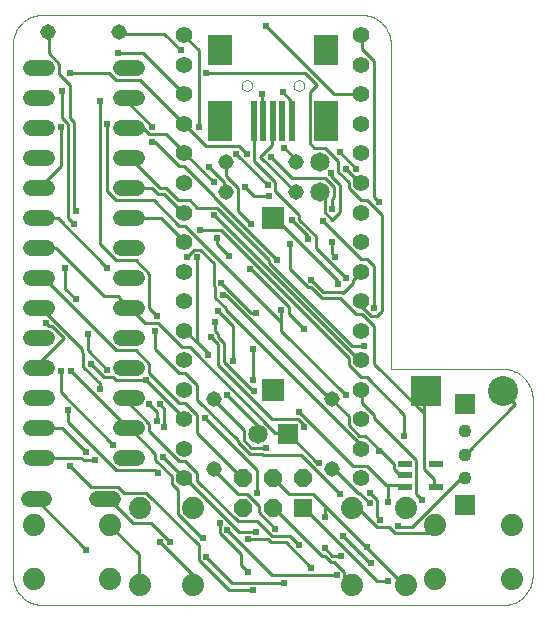
<source format=gbl>
G75*
G70*
%OFA0B0*%
%FSLAX24Y24*%
%IPPOS*%
%LPD*%
%AMOC8*
5,1,8,0,0,1.08239X$1,22.5*
%
%ADD10C,0.0000*%
%ADD11C,0.0560*%
%ADD12R,0.0760X0.0760*%
%ADD13R,0.0650X0.0650*%
%ADD14C,0.0650*%
%ADD15R,0.1000X0.1000*%
%ADD16C,0.1000*%
%ADD17R,0.0472X0.0217*%
%ADD18C,0.0520*%
%ADD19C,0.0740*%
%ADD20C,0.0515*%
%ADD21R,0.0709X0.0709*%
%ADD22C,0.0436*%
%ADD23OC8,0.0600*%
%ADD24R,0.0600X0.0600*%
%ADD25R,0.0787X0.0984*%
%ADD26R,0.0787X0.1378*%
%ADD27R,0.0197X0.1378*%
%ADD28C,0.0100*%
%ADD29C,0.0240*%
D10*
X001123Y001047D02*
X016445Y001047D01*
X016505Y001049D01*
X016566Y001054D01*
X016625Y001063D01*
X016684Y001076D01*
X016743Y001092D01*
X016800Y001112D01*
X016855Y001135D01*
X016910Y001162D01*
X016962Y001191D01*
X017013Y001224D01*
X017062Y001260D01*
X017108Y001298D01*
X017152Y001340D01*
X017194Y001384D01*
X017232Y001430D01*
X017268Y001479D01*
X017301Y001530D01*
X017330Y001582D01*
X017357Y001637D01*
X017380Y001692D01*
X017400Y001749D01*
X017416Y001808D01*
X017429Y001867D01*
X017438Y001926D01*
X017443Y001987D01*
X017445Y002047D01*
X017445Y007921D01*
X017443Y007981D01*
X017438Y008042D01*
X017429Y008101D01*
X017416Y008160D01*
X017400Y008219D01*
X017380Y008276D01*
X017357Y008331D01*
X017330Y008386D01*
X017301Y008438D01*
X017268Y008489D01*
X017232Y008538D01*
X017194Y008584D01*
X017152Y008628D01*
X017108Y008670D01*
X017062Y008708D01*
X017013Y008744D01*
X016962Y008777D01*
X016910Y008806D01*
X016855Y008833D01*
X016800Y008856D01*
X016743Y008876D01*
X016684Y008892D01*
X016625Y008905D01*
X016566Y008914D01*
X016505Y008919D01*
X016445Y008921D01*
X012721Y008921D01*
X012721Y019732D01*
X012719Y019792D01*
X012714Y019853D01*
X012705Y019912D01*
X012692Y019971D01*
X012676Y020030D01*
X012656Y020087D01*
X012633Y020142D01*
X012606Y020197D01*
X012577Y020249D01*
X012544Y020300D01*
X012508Y020349D01*
X012470Y020395D01*
X012428Y020439D01*
X012384Y020481D01*
X012338Y020519D01*
X012289Y020555D01*
X012238Y020588D01*
X012186Y020617D01*
X012131Y020644D01*
X012076Y020667D01*
X012019Y020687D01*
X011960Y020703D01*
X011901Y020716D01*
X011842Y020725D01*
X011781Y020730D01*
X011721Y020732D01*
X001123Y020732D01*
X001063Y020730D01*
X001002Y020725D01*
X000943Y020716D01*
X000884Y020703D01*
X000825Y020687D01*
X000768Y020667D01*
X000713Y020644D01*
X000658Y020617D01*
X000606Y020588D01*
X000555Y020555D01*
X000506Y020519D01*
X000460Y020481D01*
X000416Y020439D01*
X000374Y020395D01*
X000336Y020349D01*
X000300Y020300D01*
X000267Y020249D01*
X000238Y020197D01*
X000211Y020142D01*
X000188Y020087D01*
X000168Y020030D01*
X000152Y019971D01*
X000139Y019912D01*
X000130Y019853D01*
X000125Y019792D01*
X000123Y019732D01*
X000123Y002047D01*
X000125Y001987D01*
X000130Y001926D01*
X000139Y001867D01*
X000152Y001808D01*
X000168Y001749D01*
X000188Y001692D01*
X000211Y001637D01*
X000238Y001582D01*
X000267Y001530D01*
X000300Y001479D01*
X000336Y001430D01*
X000374Y001384D01*
X000416Y001340D01*
X000460Y001298D01*
X000506Y001260D01*
X000555Y001224D01*
X000606Y001191D01*
X000658Y001162D01*
X000713Y001135D01*
X000768Y001112D01*
X000825Y001092D01*
X000884Y001076D01*
X000943Y001063D01*
X001002Y001054D01*
X001063Y001049D01*
X001123Y001047D01*
X007741Y018370D02*
X007743Y018396D01*
X007749Y018422D01*
X007759Y018447D01*
X007772Y018470D01*
X007788Y018490D01*
X007808Y018508D01*
X007830Y018523D01*
X007853Y018535D01*
X007879Y018543D01*
X007905Y018547D01*
X007931Y018547D01*
X007957Y018543D01*
X007983Y018535D01*
X008007Y018523D01*
X008028Y018508D01*
X008048Y018490D01*
X008064Y018470D01*
X008077Y018447D01*
X008087Y018422D01*
X008093Y018396D01*
X008095Y018370D01*
X008093Y018344D01*
X008087Y018318D01*
X008077Y018293D01*
X008064Y018270D01*
X008048Y018250D01*
X008028Y018232D01*
X008006Y018217D01*
X007983Y018205D01*
X007957Y018197D01*
X007931Y018193D01*
X007905Y018193D01*
X007879Y018197D01*
X007853Y018205D01*
X007829Y018217D01*
X007808Y018232D01*
X007788Y018250D01*
X007772Y018270D01*
X007759Y018293D01*
X007749Y018318D01*
X007743Y018344D01*
X007741Y018370D01*
X009473Y018370D02*
X009475Y018396D01*
X009481Y018422D01*
X009491Y018447D01*
X009504Y018470D01*
X009520Y018490D01*
X009540Y018508D01*
X009562Y018523D01*
X009585Y018535D01*
X009611Y018543D01*
X009637Y018547D01*
X009663Y018547D01*
X009689Y018543D01*
X009715Y018535D01*
X009739Y018523D01*
X009760Y018508D01*
X009780Y018490D01*
X009796Y018470D01*
X009809Y018447D01*
X009819Y018422D01*
X009825Y018396D01*
X009827Y018370D01*
X009825Y018344D01*
X009819Y018318D01*
X009809Y018293D01*
X009796Y018270D01*
X009780Y018250D01*
X009760Y018232D01*
X009738Y018217D01*
X009715Y018205D01*
X009689Y018197D01*
X009663Y018193D01*
X009637Y018193D01*
X009611Y018197D01*
X009585Y018205D01*
X009561Y018217D01*
X009540Y018232D01*
X009520Y018250D01*
X009504Y018270D01*
X009491Y018293D01*
X009481Y018318D01*
X009475Y018344D01*
X009473Y018370D01*
D11*
X011737Y018074D03*
X011737Y017090D03*
X011737Y016106D03*
X011737Y015121D03*
X011737Y014137D03*
X011737Y013153D03*
X011737Y012169D03*
X011737Y011184D03*
X011737Y010200D03*
X011737Y009216D03*
X011737Y008232D03*
X011737Y007247D03*
X011737Y006263D03*
X011737Y005279D03*
X005831Y005279D03*
X005831Y006263D03*
X005831Y007247D03*
X005831Y008232D03*
X005831Y009216D03*
X005831Y010200D03*
X005831Y011184D03*
X005831Y012169D03*
X005831Y013153D03*
X005831Y014137D03*
X005831Y015121D03*
X005831Y016106D03*
X005831Y017090D03*
X005831Y018074D03*
X005831Y019058D03*
X005831Y020043D03*
X011737Y020043D03*
X011737Y019058D03*
D12*
X008784Y013961D03*
X008784Y008211D03*
D13*
X009284Y006755D03*
D14*
X008284Y006755D03*
X010359Y014826D03*
X010359Y015826D03*
D15*
X013902Y008177D03*
D16*
X016461Y008177D03*
D17*
X014217Y005751D03*
X014217Y005003D03*
X013193Y005003D03*
X013193Y005377D03*
X013193Y005751D03*
D18*
X004245Y005964D02*
X003725Y005964D01*
X003725Y006964D02*
X004245Y006964D01*
X004245Y007964D02*
X003725Y007964D01*
X003725Y008964D02*
X004245Y008964D01*
X004245Y009964D02*
X003725Y009964D01*
X003725Y010964D02*
X004245Y010964D01*
X004245Y011964D02*
X003725Y011964D01*
X003725Y012964D02*
X004245Y012964D01*
X004245Y013964D02*
X003725Y013964D01*
X003725Y014964D02*
X004245Y014964D01*
X004245Y015964D02*
X003725Y015964D01*
X003725Y016964D02*
X004245Y016964D01*
X004245Y017964D02*
X003725Y017964D01*
X003725Y018964D02*
X004245Y018964D01*
X001245Y018964D02*
X000725Y018964D01*
X000725Y017964D02*
X001245Y017964D01*
X001245Y016964D02*
X000725Y016964D01*
X000725Y015964D02*
X001245Y015964D01*
X001245Y014964D02*
X000725Y014964D01*
X000725Y013964D02*
X001245Y013964D01*
X001245Y012964D02*
X000725Y012964D01*
X000725Y011964D02*
X001245Y011964D01*
X001245Y010964D02*
X000725Y010964D01*
X000725Y009964D02*
X001245Y009964D01*
X001245Y008964D02*
X000725Y008964D01*
X000725Y007964D02*
X001245Y007964D01*
X001245Y006964D02*
X000725Y006964D01*
X000725Y005964D02*
X001245Y005964D01*
X001170Y004590D02*
X000650Y004590D01*
X002937Y004590D02*
X003457Y004590D01*
D19*
X003371Y003708D03*
X004351Y004295D03*
X006131Y004295D03*
X006131Y001735D03*
X004351Y001735D03*
X003371Y001928D03*
X000811Y001928D03*
X000811Y003708D03*
X011437Y004295D03*
X013217Y004295D03*
X014197Y003708D03*
X014197Y001928D03*
X013217Y001735D03*
X011437Y001735D03*
X016757Y001928D03*
X016757Y003708D03*
D20*
X010753Y005574D03*
X010753Y007936D03*
X006816Y007936D03*
X006816Y005574D03*
X007209Y014826D03*
X007209Y015810D03*
X009571Y015810D03*
X009571Y014826D03*
X003666Y020141D03*
X001304Y020141D03*
D21*
X015182Y007740D03*
X015182Y004393D03*
D22*
X015182Y005279D03*
X015182Y006066D03*
X015182Y006854D03*
D23*
X009784Y005287D03*
X008784Y005287D03*
X007784Y005287D03*
X007784Y004287D03*
X008784Y004287D03*
D24*
X009784Y004287D03*
D25*
X010556Y019551D03*
X007012Y019551D03*
D26*
X007012Y017188D03*
X010556Y017188D03*
D27*
X009414Y017188D03*
X009099Y017188D03*
X008784Y017188D03*
X008469Y017188D03*
X008150Y017184D03*
D28*
X008173Y017147D01*
X008173Y015847D01*
X008873Y015147D01*
X008873Y014847D01*
X009673Y014047D01*
X009673Y013897D01*
X010223Y013347D01*
X010223Y012947D01*
X011223Y011947D01*
X011473Y011897D02*
X011473Y011797D01*
X011123Y011447D01*
X011073Y011497D01*
X010473Y011497D01*
X010073Y011897D01*
X010073Y011647D02*
X010423Y011297D01*
X011023Y011297D01*
X011573Y010747D01*
X011773Y010747D01*
X012173Y010347D01*
X012173Y009097D01*
X013823Y007447D01*
X013823Y005597D01*
X014173Y005247D01*
X014173Y005047D01*
X014217Y005003D01*
X013773Y004547D02*
X013573Y004747D01*
X013573Y005897D01*
X012173Y007297D01*
X012173Y007397D01*
X011773Y007797D01*
X011773Y008197D01*
X011737Y008232D01*
X011723Y008647D02*
X011323Y009047D01*
X011323Y009297D01*
X007073Y013547D01*
X006373Y013547D01*
X006823Y014047D02*
X011623Y009247D01*
X011723Y009247D01*
X011737Y009216D01*
X011723Y008647D02*
X011923Y008647D01*
X013173Y007397D01*
X013173Y006697D01*
X012348Y006222D02*
X012823Y005747D01*
X012823Y005597D01*
X013023Y005397D01*
X013173Y005397D01*
X013193Y005377D01*
X013173Y005047D02*
X013193Y005003D01*
X013173Y005047D02*
X012623Y005047D01*
X012623Y004497D01*
X012273Y004547D02*
X012273Y003997D01*
X012373Y003897D01*
X012273Y003647D02*
X012673Y003647D01*
X012873Y003447D01*
X013923Y003447D01*
X014173Y003697D01*
X014197Y003708D01*
X013423Y003647D02*
X013023Y003647D01*
X012973Y003697D01*
X013423Y003647D02*
X015023Y005247D01*
X015173Y005247D01*
X015182Y005279D01*
X015182Y006066D02*
X015223Y006097D01*
X016873Y007747D01*
X016473Y008147D01*
X016461Y008177D01*
X013902Y008177D02*
X013873Y008147D01*
X013823Y008097D01*
X013823Y007447D01*
X012348Y006222D02*
X012323Y006197D01*
X012348Y006222D02*
X011873Y006697D01*
X011673Y006697D01*
X011323Y007047D01*
X011323Y007347D01*
X010773Y007897D01*
X010753Y007936D01*
X010723Y007897D01*
X007223Y011397D01*
X007123Y011397D01*
X006873Y011297D02*
X006873Y011647D01*
X006823Y011697D01*
X006823Y012447D01*
X006373Y012897D01*
X006173Y012897D01*
X005923Y012647D01*
X006273Y012647D02*
X006273Y009847D01*
X006248Y009822D01*
X006623Y009447D01*
X006623Y009397D01*
X006973Y009747D02*
X006973Y009047D01*
X008773Y007247D01*
X009623Y007247D01*
X009823Y007047D01*
X009823Y006997D01*
X009673Y007497D02*
X011473Y005697D01*
X011923Y005697D01*
X012573Y005047D01*
X012623Y005047D01*
X012273Y004547D02*
X012023Y004797D01*
X012023Y004447D02*
X011673Y004797D01*
X011623Y004797D01*
X010873Y005547D01*
X010773Y005547D01*
X010753Y005574D01*
X010323Y005797D02*
X010273Y005797D01*
X009323Y006747D01*
X009284Y006755D01*
X009273Y006797D01*
X008873Y006797D01*
X006023Y009647D01*
X005773Y009647D01*
X004973Y010447D01*
X004523Y010447D01*
X004023Y010947D01*
X003985Y010964D01*
X003973Y010997D01*
X003623Y011347D01*
X003173Y011347D01*
X001573Y012947D01*
X001023Y012947D01*
X000985Y012964D01*
X001023Y013947D02*
X000985Y013964D01*
X001023Y013947D02*
X001623Y013947D01*
X003273Y012297D01*
X003573Y012547D02*
X004223Y012547D01*
X004673Y012097D01*
X004673Y010947D01*
X004923Y010697D01*
X004873Y010197D02*
X004873Y009597D01*
X005673Y008797D01*
X005873Y008797D01*
X006273Y008397D01*
X006273Y007897D01*
X007623Y006547D01*
X007623Y006497D01*
X008023Y006097D01*
X008423Y006097D01*
X008473Y006047D01*
X009723Y006047D01*
X011023Y004747D01*
X011437Y004295D02*
X011473Y004247D01*
X011673Y004247D01*
X012273Y003647D01*
X011923Y002997D02*
X011898Y002972D01*
X013123Y001747D01*
X013173Y001747D01*
X013217Y001735D01*
X012623Y001847D02*
X012273Y001847D01*
X009823Y004297D01*
X009784Y004287D01*
X010123Y004747D02*
X009323Y004747D01*
X008823Y005247D01*
X008784Y005287D01*
X008273Y005547D02*
X008273Y004797D01*
X007923Y004747D02*
X008323Y004347D01*
X008323Y004147D01*
X008873Y003597D01*
X008773Y003347D02*
X009373Y003347D01*
X009673Y003047D01*
X009223Y003147D02*
X010073Y002297D01*
X010423Y002697D02*
X010523Y002697D01*
X010723Y002497D01*
X010823Y002497D01*
X011173Y002147D01*
X011173Y001997D01*
X011423Y001747D01*
X011437Y001735D01*
X010923Y002047D02*
X008773Y002047D01*
X007273Y003547D01*
X007023Y003447D02*
X007023Y003797D01*
X007023Y003447D02*
X007723Y002747D01*
X007723Y002397D01*
X007973Y002147D01*
X008123Y001547D02*
X007323Y001547D01*
X006323Y002547D01*
X006323Y003047D01*
X004573Y004797D01*
X003823Y004797D01*
X003623Y004997D01*
X002723Y004997D01*
X002023Y005697D01*
X002423Y005947D02*
X002473Y005897D01*
X002873Y005897D01*
X002573Y006147D02*
X001773Y006947D01*
X001023Y006947D01*
X000985Y006964D01*
X000985Y005964D02*
X001023Y005947D01*
X002423Y005947D01*
X003573Y005547D02*
X001973Y007147D01*
X001973Y007547D01*
X001723Y008147D02*
X003473Y006397D01*
X003923Y006997D02*
X002073Y008847D01*
X001723Y008847D02*
X001723Y008147D01*
X000985Y008964D02*
X001023Y008997D01*
X001023Y009147D01*
X001823Y009947D01*
X001423Y010347D01*
X001323Y010347D01*
X001223Y010447D01*
X000985Y010964D02*
X001023Y010997D01*
X002423Y009597D01*
X002423Y009497D01*
X002473Y009447D01*
X002473Y008997D01*
X003023Y008447D01*
X003023Y008247D01*
X003173Y008647D02*
X003473Y008647D01*
X003573Y008547D01*
X004573Y008547D01*
X005823Y007297D01*
X005831Y007247D01*
X006273Y007397D02*
X006273Y006797D01*
X007773Y005297D01*
X007784Y005287D01*
X008273Y005547D02*
X006523Y007297D01*
X006273Y007397D02*
X005873Y007797D01*
X005673Y007797D01*
X004673Y008797D01*
X004673Y009097D01*
X004223Y009547D01*
X003573Y009547D01*
X001173Y011947D01*
X001023Y011947D01*
X000985Y011964D01*
X001873Y012297D02*
X001873Y011597D01*
X002223Y011247D01*
X002623Y010097D02*
X002623Y009547D01*
X003273Y008897D01*
X003173Y008647D02*
X002723Y009097D01*
X003985Y007964D02*
X004023Y007947D01*
X004023Y007747D01*
X004673Y007097D01*
X004673Y006847D01*
X005673Y005847D01*
X005873Y005847D01*
X006273Y005447D01*
X006273Y005197D01*
X007623Y003847D01*
X008273Y003847D01*
X008773Y003347D01*
X008623Y003247D02*
X008723Y003147D01*
X009223Y003147D01*
X008623Y003247D02*
X007973Y003247D01*
X008223Y003497D02*
X007673Y003497D01*
X005873Y005297D01*
X005831Y005279D01*
X005823Y005297D01*
X005123Y005997D01*
X004873Y006097D02*
X004023Y006947D01*
X003985Y006964D01*
X003973Y006997D01*
X003923Y006997D01*
X004673Y007747D02*
X004923Y007497D01*
X004923Y007197D01*
X005173Y006997D02*
X005173Y007597D01*
X005023Y007747D01*
X004873Y006097D02*
X004873Y005897D01*
X005423Y005347D01*
X005423Y005097D01*
X005623Y004897D01*
X005623Y004097D01*
X006423Y003297D01*
X006473Y003297D01*
X006573Y002647D02*
X007423Y001797D01*
X009173Y001797D01*
X010423Y002697D02*
X008873Y004247D01*
X008823Y004247D01*
X008784Y004287D01*
X007923Y004747D02*
X007623Y004747D01*
X006823Y005547D01*
X006816Y005574D01*
X007823Y006547D02*
X007823Y006897D01*
X006823Y007897D01*
X006816Y007936D01*
X007273Y008047D02*
X008273Y007047D01*
X008273Y006797D01*
X008284Y006755D01*
X008073Y006297D02*
X007823Y006547D01*
X008073Y006297D02*
X008573Y006297D01*
X008173Y008197D02*
X008123Y008197D01*
X007173Y009147D01*
X007173Y009797D01*
X006973Y009997D01*
X006973Y010097D01*
X006873Y010197D01*
X006873Y010497D01*
X006973Y010847D02*
X007473Y010347D01*
X007473Y009197D01*
X006973Y009747D02*
X006723Y009997D01*
X006248Y009822D02*
X005873Y010197D01*
X005831Y010200D01*
X006873Y011297D02*
X007223Y010947D01*
X007223Y010897D01*
X011723Y006397D01*
X011723Y006297D01*
X011737Y006263D01*
X010123Y004747D02*
X010523Y004347D01*
X011898Y002972D01*
X012023Y002447D02*
X011123Y003347D01*
X011073Y002697D02*
X010773Y002697D01*
X010523Y002947D01*
X010523Y003997D02*
X010523Y004347D01*
X012023Y002447D02*
X012073Y002447D01*
X011223Y008047D02*
X009073Y010197D01*
X009073Y010497D01*
X005873Y013697D01*
X005673Y013697D01*
X004823Y014547D01*
X003573Y014547D01*
X003273Y014847D01*
X003273Y017097D01*
X003023Y017847D02*
X003023Y013097D01*
X003573Y012547D01*
X004023Y013947D02*
X003985Y013964D01*
X004023Y013947D02*
X005073Y013947D01*
X005823Y013197D01*
X005831Y013153D01*
X005823Y014097D02*
X005831Y014137D01*
X005823Y014097D02*
X005173Y014747D01*
X004973Y014747D01*
X004773Y014947D01*
X004023Y014947D01*
X003985Y014964D01*
X004023Y015947D02*
X003985Y015964D01*
X004023Y015947D02*
X005023Y014947D01*
X005223Y014947D01*
X005623Y014547D01*
X006023Y014547D01*
X006273Y014297D01*
X006923Y014297D01*
X008673Y012547D01*
X008673Y012447D01*
X011423Y009697D01*
X011823Y009697D01*
X012073Y010697D02*
X012273Y010697D01*
X012423Y010847D01*
X012423Y014047D01*
X011923Y014547D01*
X011723Y014547D01*
X011323Y014947D01*
X011323Y015147D01*
X010973Y015497D01*
X010973Y015847D01*
X010523Y016297D01*
X010173Y016297D01*
X010023Y016447D01*
X010023Y018147D01*
X010273Y018397D01*
X009873Y018797D01*
X006573Y018797D01*
X006323Y019547D02*
X005873Y019997D01*
X005831Y020043D01*
X005723Y019547D02*
X005173Y020097D01*
X003673Y020097D01*
X003666Y020141D01*
X003623Y019447D02*
X004473Y019447D01*
X005823Y018097D01*
X005831Y018074D01*
X005823Y017097D02*
X005831Y017090D01*
X005873Y017047D01*
X006573Y016347D01*
X007673Y016347D01*
X007923Y016097D01*
X007573Y016097D02*
X008623Y015047D01*
X008673Y014697D02*
X008173Y014697D01*
X007873Y014997D01*
X007623Y014947D02*
X007623Y014197D01*
X008073Y013747D01*
X008784Y013961D02*
X008823Y013997D01*
X010973Y011847D01*
X010973Y011747D01*
X011473Y011897D02*
X011723Y012147D01*
X011737Y012169D01*
X011723Y012597D02*
X010473Y013847D01*
X010523Y014147D02*
X010773Y013897D01*
X011023Y014147D01*
X011023Y015047D01*
X010723Y015347D01*
X010723Y015447D01*
X010523Y015297D02*
X009423Y015297D01*
X008723Y015997D01*
X008373Y015997D02*
X008773Y016397D01*
X008773Y017147D01*
X008784Y017188D01*
X008469Y017188D02*
X008423Y017197D01*
X008423Y018097D01*
X009123Y018147D02*
X009373Y017897D01*
X009373Y017197D01*
X009414Y017188D01*
X009173Y016297D02*
X009523Y015947D01*
X009523Y015847D01*
X009571Y015810D01*
X009523Y014847D02*
X009571Y014826D01*
X009523Y014847D02*
X008373Y015997D01*
X007623Y014947D02*
X007223Y015347D01*
X007223Y015797D01*
X007209Y015810D01*
X006673Y015647D02*
X007173Y015147D01*
X007173Y014847D01*
X007209Y014826D01*
X006823Y014697D02*
X006823Y014647D01*
X008923Y012547D01*
X009373Y012247D02*
X009973Y011647D01*
X010073Y011647D01*
X009373Y012247D02*
X009373Y013097D01*
X009973Y013347D02*
X009423Y013897D01*
X009973Y013347D02*
X009973Y013247D01*
X010773Y013147D02*
X010773Y012747D01*
X010873Y012647D01*
X011723Y012597D02*
X011923Y012597D01*
X012173Y012347D01*
X012173Y010947D01*
X012073Y010697D02*
X011773Y010997D01*
X011773Y011147D01*
X011737Y011184D01*
X009823Y010247D02*
X009323Y010747D01*
X009323Y010997D01*
X008073Y012247D01*
X008023Y012247D01*
X007323Y012697D02*
X006923Y013097D01*
X006923Y013297D01*
X006823Y014697D02*
X005823Y015697D01*
X005673Y015697D01*
X004873Y016497D01*
X004773Y016497D01*
X004673Y016747D02*
X005223Y016747D01*
X005823Y016147D01*
X005831Y016106D01*
X005873Y016097D01*
X006823Y015147D01*
X006323Y016997D02*
X006323Y019547D01*
X004373Y018547D02*
X005823Y017097D01*
X004773Y016997D02*
X004023Y017747D01*
X004023Y017947D01*
X003985Y017964D01*
X004373Y018547D02*
X003573Y018547D01*
X003323Y018797D01*
X002023Y018797D01*
X001673Y018747D02*
X002023Y018397D01*
X002023Y017297D01*
X002173Y017147D01*
X002173Y014247D01*
X002223Y014197D01*
X001973Y013947D02*
X002173Y013747D01*
X001973Y013947D02*
X001973Y017097D01*
X001773Y017297D01*
X001773Y018197D01*
X001673Y018747D02*
X001673Y019097D01*
X001323Y019447D01*
X001323Y020097D01*
X001304Y020141D01*
X001723Y016997D02*
X001723Y015697D01*
X001023Y014997D01*
X000985Y014964D01*
X003985Y016964D02*
X004023Y016947D01*
X004473Y016947D01*
X004673Y016747D01*
X008573Y020347D02*
X010823Y018097D01*
X011723Y018097D01*
X011737Y018074D01*
X012173Y019197D02*
X012173Y014647D01*
X012323Y014497D01*
X011737Y015121D02*
X011723Y015147D01*
X011673Y015147D01*
X011223Y015597D01*
X011573Y015597D02*
X011023Y016147D01*
X010523Y015297D02*
X010823Y014997D01*
X010823Y014647D01*
X010773Y014597D01*
X010773Y014247D01*
X010523Y014147D02*
X010523Y014647D01*
X010373Y014797D01*
X010359Y014826D01*
X007073Y011797D02*
X008073Y010797D01*
X008223Y010797D01*
X009073Y010897D02*
X009073Y010497D01*
X008123Y009597D02*
X008123Y008547D01*
X004973Y005447D02*
X004873Y005547D01*
X003573Y005547D01*
X003373Y004547D02*
X003223Y004547D01*
X003197Y004590D01*
X003373Y004547D02*
X004123Y003797D01*
X004723Y003797D01*
X005373Y003147D01*
X005023Y003147D02*
X006123Y002047D01*
X006123Y001747D01*
X006131Y001735D01*
X004351Y001735D02*
X004323Y001747D01*
X004323Y002747D01*
X003373Y003697D01*
X003371Y003708D01*
X002573Y002897D02*
X000923Y004547D01*
X000910Y004590D01*
X012173Y019197D02*
X011773Y019597D01*
X011773Y019997D01*
X011737Y020043D01*
D29*
X009123Y018147D03*
X008423Y018097D03*
X009173Y016297D03*
X008723Y015997D03*
X008623Y015047D03*
X008673Y014697D03*
X009423Y013897D03*
X009373Y013097D03*
X008923Y012547D03*
X008023Y012247D03*
X007323Y012697D03*
X006923Y013297D03*
X006373Y013547D03*
X006823Y014047D03*
X006823Y015147D03*
X006673Y015647D03*
X007573Y016097D03*
X007923Y016097D03*
X007873Y014997D03*
X008073Y013747D03*
X007073Y011797D03*
X007123Y011397D03*
X006973Y010847D03*
X006873Y010497D03*
X006723Y009997D03*
X006623Y009397D03*
X007473Y009197D03*
X008123Y009597D03*
X008123Y008547D03*
X008173Y008197D03*
X007273Y008047D03*
X006523Y007297D03*
X005173Y006997D03*
X004923Y007197D03*
X005023Y007747D03*
X004673Y007747D03*
X004573Y008547D03*
X003273Y008897D03*
X002723Y009097D03*
X002073Y008847D03*
X001723Y008847D03*
X002623Y010097D03*
X002223Y011247D03*
X001873Y012297D03*
X002173Y013747D03*
X002223Y014197D03*
X003273Y012297D03*
X004923Y010697D03*
X004873Y010197D03*
X003023Y008247D03*
X001973Y007547D03*
X002573Y006147D03*
X002873Y005897D03*
X003473Y006397D03*
X002023Y005697D03*
X002573Y002897D03*
X005023Y003147D03*
X005373Y003147D03*
X006473Y003297D03*
X006573Y002647D03*
X007273Y003547D03*
X007023Y003797D03*
X007973Y003247D03*
X008223Y003497D03*
X008873Y003597D03*
X009673Y003047D03*
X010073Y002297D03*
X010523Y002947D03*
X011073Y002697D03*
X011123Y003347D03*
X010523Y003997D03*
X011023Y004747D03*
X012023Y004797D03*
X012023Y004447D03*
X012623Y004497D03*
X012373Y003897D03*
X012973Y003697D03*
X013773Y004547D03*
X012323Y006197D03*
X013173Y006697D03*
X011223Y008047D03*
X009823Y006997D03*
X009673Y007497D03*
X008573Y006297D03*
X008273Y004797D03*
X010323Y005797D03*
X011923Y002997D03*
X012073Y002447D03*
X012623Y001847D03*
X010923Y002047D03*
X009173Y001797D03*
X008123Y001547D03*
X007973Y002147D03*
X004973Y005447D03*
X005123Y005997D03*
X001223Y010447D03*
X005923Y012647D03*
X006273Y012647D03*
X008223Y010797D03*
X009073Y010897D03*
X009823Y010247D03*
X010973Y011747D03*
X011223Y011947D03*
X010873Y012647D03*
X010773Y013147D03*
X010473Y013847D03*
X010773Y014247D03*
X009973Y013247D03*
X010073Y011897D03*
X011823Y009697D03*
X012173Y010947D03*
X012323Y014497D03*
X011573Y015597D03*
X011223Y015597D03*
X011023Y016147D03*
X010723Y015447D03*
X006573Y018797D03*
X005723Y019547D03*
X003623Y019447D03*
X003023Y017847D03*
X003273Y017097D03*
X004773Y016997D03*
X004773Y016497D03*
X006323Y016997D03*
X008573Y020347D03*
X002023Y018797D03*
X001773Y018197D03*
X001723Y016997D03*
M02*

</source>
